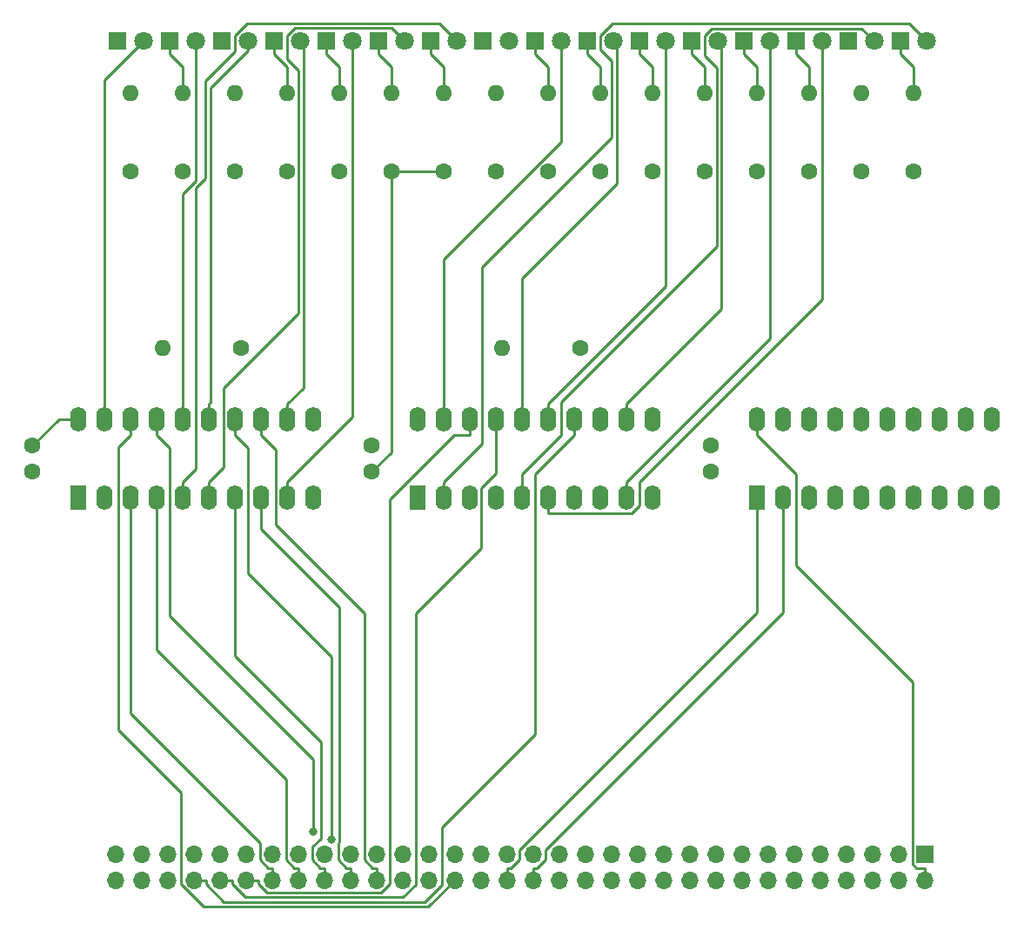
<source format=gbr>
%TF.GenerationSoftware,KiCad,Pcbnew,(6.0.9)*%
%TF.CreationDate,2022-11-21T20:51:02-08:00*%
%TF.ProjectId,StatusBoard,53746174-7573-4426-9f61-72642e6b6963,rev?*%
%TF.SameCoordinates,Original*%
%TF.FileFunction,Copper,L2,Bot*%
%TF.FilePolarity,Positive*%
%FSLAX46Y46*%
G04 Gerber Fmt 4.6, Leading zero omitted, Abs format (unit mm)*
G04 Created by KiCad (PCBNEW (6.0.9)) date 2022-11-21 20:51:02*
%MOMM*%
%LPD*%
G01*
G04 APERTURE LIST*
%TA.AperFunction,ComponentPad*%
%ADD10R,1.600000X2.400000*%
%TD*%
%TA.AperFunction,ComponentPad*%
%ADD11O,1.600000X2.400000*%
%TD*%
%TA.AperFunction,ComponentPad*%
%ADD12C,1.600000*%
%TD*%
%TA.AperFunction,ComponentPad*%
%ADD13O,1.600000X1.600000*%
%TD*%
%TA.AperFunction,ComponentPad*%
%ADD14O,1.700000X1.700000*%
%TD*%
%TA.AperFunction,ComponentPad*%
%ADD15R,1.700000X1.700000*%
%TD*%
%TA.AperFunction,ComponentPad*%
%ADD16R,1.800000X1.800000*%
%TD*%
%TA.AperFunction,ComponentPad*%
%ADD17C,1.800000*%
%TD*%
%TA.AperFunction,ViaPad*%
%ADD18C,0.800000*%
%TD*%
%TA.AperFunction,Conductor*%
%ADD19C,0.250000*%
%TD*%
G04 APERTURE END LIST*
D10*
%TO.P,U3,1,OE*%
%TO.N,GND*%
X104145000Y-104765000D03*
D11*
%TO.P,U3,2,O0*%
%TO.N,Net-(D11-Pad2)*%
X106685000Y-104765000D03*
%TO.P,U3,3,D0*%
%TO.N,/D8*%
X109225000Y-104765000D03*
%TO.P,U3,4,D1*%
%TO.N,/D9*%
X111765000Y-104765000D03*
%TO.P,U3,5,O1*%
%TO.N,Net-(D12-Pad2)*%
X114305000Y-104765000D03*
%TO.P,U3,6,O2*%
%TO.N,Net-(D13-Pad2)*%
X116845000Y-104765000D03*
%TO.P,U3,7,D2*%
%TO.N,/D10*%
X119385000Y-104765000D03*
%TO.P,U3,8,D3*%
%TO.N,/D11*%
X121925000Y-104765000D03*
%TO.P,U3,9,O3*%
%TO.N,Net-(D14-Pad2)*%
X124465000Y-104765000D03*
%TO.P,U3,10,GND*%
%TO.N,GND*%
X127005000Y-104765000D03*
%TO.P,U3,11,LE*%
%TO.N,/STATUSHI*%
X127005000Y-97145000D03*
%TO.P,U3,12,O4*%
%TO.N,Net-(D15-Pad2)*%
X124465000Y-97145000D03*
%TO.P,U3,13,D4*%
%TO.N,/D12*%
X121925000Y-97145000D03*
%TO.P,U3,14,D5*%
%TO.N,/D13*%
X119385000Y-97145000D03*
%TO.P,U3,15,O5*%
%TO.N,Net-(D16-Pad2)*%
X116845000Y-97145000D03*
%TO.P,U3,16,O6*%
%TO.N,Net-(D17-Pad2)*%
X114305000Y-97145000D03*
%TO.P,U3,17,D6*%
%TO.N,/D14*%
X111765000Y-97145000D03*
%TO.P,U3,18,D7*%
%TO.N,/D15*%
X109225000Y-97145000D03*
%TO.P,U3,19,O7*%
%TO.N,Net-(D18-Pad2)*%
X106685000Y-97145000D03*
%TO.P,U3,20,VCC*%
%TO.N,VCC*%
X104145000Y-97145000D03*
%TD*%
D10*
%TO.P,U2,1,OE*%
%TO.N,GND*%
X137165000Y-104765000D03*
D11*
%TO.P,U2,2,O0*%
%TO.N,Net-(D3-Pad2)*%
X139705000Y-104765000D03*
%TO.P,U2,3,D0*%
%TO.N,/D0*%
X142245000Y-104765000D03*
%TO.P,U2,4,D1*%
%TO.N,/D1*%
X144785000Y-104765000D03*
%TO.P,U2,5,O1*%
%TO.N,Net-(D4-Pad2)*%
X147325000Y-104765000D03*
%TO.P,U2,6,O2*%
%TO.N,Net-(D5-Pad2)*%
X149865000Y-104765000D03*
%TO.P,U2,7,D2*%
%TO.N,/D2*%
X152405000Y-104765000D03*
%TO.P,U2,8,D3*%
%TO.N,/D3*%
X154945000Y-104765000D03*
%TO.P,U2,9,O3*%
%TO.N,Net-(D6-Pad2)*%
X157485000Y-104765000D03*
%TO.P,U2,10,GND*%
%TO.N,GND*%
X160025000Y-104765000D03*
%TO.P,U2,11,LE*%
%TO.N,/STATUSLO*%
X160025000Y-97145000D03*
%TO.P,U2,12,O4*%
%TO.N,Net-(D7-Pad2)*%
X157485000Y-97145000D03*
%TO.P,U2,13,D4*%
%TO.N,/D4*%
X154945000Y-97145000D03*
%TO.P,U2,14,D5*%
%TO.N,/D5*%
X152405000Y-97145000D03*
%TO.P,U2,15,O5*%
%TO.N,Net-(D8-Pad2)*%
X149865000Y-97145000D03*
%TO.P,U2,16,O6*%
%TO.N,Net-(D9-Pad2)*%
X147325000Y-97145000D03*
%TO.P,U2,17,D6*%
%TO.N,/D6*%
X144785000Y-97145000D03*
%TO.P,U2,18,D7*%
%TO.N,/D7*%
X142245000Y-97145000D03*
%TO.P,U2,19,O7*%
%TO.N,Net-(D10-Pad2)*%
X139705000Y-97145000D03*
%TO.P,U2,20,VCC*%
%TO.N,VCC*%
X137165000Y-97145000D03*
%TD*%
%TO.P,U1,20,VCC*%
%TO.N,VCC*%
X170185000Y-97145000D03*
%TO.P,U1,19,IO1*%
%TO.N,/~{DTACK}*%
X172725000Y-97145000D03*
%TO.P,U1,18,IO2*%
%TO.N,/STATUSLO*%
X175265000Y-97145000D03*
%TO.P,U1,17,I03*%
%TO.N,/STATUSHI*%
X177805000Y-97145000D03*
%TO.P,U1,16,IO4*%
%TO.N,unconnected-(U1-Pad16)*%
X180345000Y-97145000D03*
%TO.P,U1,15,IO5*%
%TO.N,unconnected-(U1-Pad15)*%
X182885000Y-97145000D03*
%TO.P,U1,14,IO6*%
%TO.N,unconnected-(U1-Pad14)*%
X185425000Y-97145000D03*
%TO.P,U1,13,IO7*%
%TO.N,unconnected-(U1-Pad13)*%
X187965000Y-97145000D03*
%TO.P,U1,12,IO8*%
%TO.N,unconnected-(U1-Pad12)*%
X190505000Y-97145000D03*
%TO.P,U1,11,I10/~{OE}*%
%TO.N,unconnected-(U1-Pad11)*%
X193045000Y-97145000D03*
%TO.P,U1,10,GND*%
%TO.N,GND*%
X193045000Y-104765000D03*
%TO.P,U1,9,I9*%
%TO.N,/~{IOSEL}*%
X190505000Y-104765000D03*
%TO.P,U1,8,I8*%
%TO.N,/A14*%
X187965000Y-104765000D03*
%TO.P,U1,7,I7*%
%TO.N,/A15*%
X185425000Y-104765000D03*
%TO.P,U1,6,I6*%
%TO.N,/A16*%
X182885000Y-104765000D03*
%TO.P,U1,5,I5*%
%TO.N,/A17*%
X180345000Y-104765000D03*
%TO.P,U1,4,I4*%
%TO.N,/A18*%
X177805000Y-104765000D03*
%TO.P,U1,3,I3*%
%TO.N,/R~{W}*%
X175265000Y-104765000D03*
%TO.P,U1,2,I2*%
%TO.N,/~{LDS}*%
X172725000Y-104765000D03*
D10*
%TO.P,U1,1,I1/CLK*%
%TO.N,/~{UDS}*%
X170185000Y-104765000D03*
%TD*%
D12*
%TO.P,R20,1*%
%TO.N,GND*%
X109215000Y-73025000D03*
D13*
%TO.P,R20,2*%
%TO.N,Net-(D18-Pad1)*%
X109215000Y-65405000D03*
%TD*%
D12*
%TO.P,R19,1*%
%TO.N,GND*%
X114295000Y-73025000D03*
D13*
%TO.P,R19,2*%
%TO.N,Net-(D17-Pad1)*%
X114295000Y-65405000D03*
%TD*%
D12*
%TO.P,R18,1*%
%TO.N,GND*%
X119375000Y-73025000D03*
D13*
%TO.P,R18,2*%
%TO.N,Net-(D16-Pad1)*%
X119375000Y-65405000D03*
%TD*%
D12*
%TO.P,R17,1*%
%TO.N,GND*%
X124455000Y-73025000D03*
D13*
%TO.P,R17,2*%
%TO.N,Net-(D15-Pad1)*%
X124455000Y-65405000D03*
%TD*%
D12*
%TO.P,R16,1*%
%TO.N,GND*%
X129535000Y-73025000D03*
D13*
%TO.P,R16,2*%
%TO.N,Net-(D14-Pad1)*%
X129535000Y-65405000D03*
%TD*%
D12*
%TO.P,R15,1*%
%TO.N,GND*%
X134615000Y-73025000D03*
D13*
%TO.P,R15,2*%
%TO.N,Net-(D13-Pad1)*%
X134615000Y-65405000D03*
%TD*%
D12*
%TO.P,R14,1*%
%TO.N,GND*%
X139695000Y-73025000D03*
D13*
%TO.P,R14,2*%
%TO.N,Net-(D12-Pad1)*%
X139695000Y-65405000D03*
%TD*%
D12*
%TO.P,R13,1*%
%TO.N,GND*%
X144775000Y-73025000D03*
D13*
%TO.P,R13,2*%
%TO.N,Net-(D11-Pad1)*%
X144775000Y-65405000D03*
%TD*%
D12*
%TO.P,R12,1*%
%TO.N,GND*%
X149855000Y-73025000D03*
D13*
%TO.P,R12,2*%
%TO.N,Net-(D10-Pad1)*%
X149855000Y-65405000D03*
%TD*%
D12*
%TO.P,R11,1*%
%TO.N,GND*%
X154935000Y-73025000D03*
D13*
%TO.P,R11,2*%
%TO.N,Net-(D9-Pad1)*%
X154935000Y-65405000D03*
%TD*%
D12*
%TO.P,R10,1*%
%TO.N,GND*%
X160015000Y-73025000D03*
D13*
%TO.P,R10,2*%
%TO.N,Net-(D8-Pad1)*%
X160015000Y-65405000D03*
%TD*%
D12*
%TO.P,R9,1*%
%TO.N,GND*%
X165095000Y-73025000D03*
D13*
%TO.P,R9,2*%
%TO.N,Net-(D7-Pad1)*%
X165095000Y-65405000D03*
%TD*%
D12*
%TO.P,R8,1*%
%TO.N,GND*%
X170175000Y-73025000D03*
D13*
%TO.P,R8,2*%
%TO.N,Net-(D6-Pad1)*%
X170175000Y-65405000D03*
%TD*%
D12*
%TO.P,R7,1*%
%TO.N,GND*%
X175255000Y-73025000D03*
D13*
%TO.P,R7,2*%
%TO.N,Net-(D5-Pad1)*%
X175255000Y-65405000D03*
%TD*%
D12*
%TO.P,R6,1*%
%TO.N,GND*%
X180335000Y-73025000D03*
D13*
%TO.P,R6,2*%
%TO.N,Net-(D4-Pad1)*%
X180335000Y-65405000D03*
%TD*%
D12*
%TO.P,R5,1*%
%TO.N,GND*%
X185415000Y-73025000D03*
D13*
%TO.P,R5,2*%
%TO.N,Net-(D3-Pad1)*%
X185415000Y-65405000D03*
%TD*%
D12*
%TO.P,R2,1*%
%TO.N,/STATUSHI*%
X120015000Y-90170000D03*
D13*
%TO.P,R2,2*%
%TO.N,VCC*%
X112395000Y-90170000D03*
%TD*%
D12*
%TO.P,R1,1*%
%TO.N,/STATUSLO*%
X153035000Y-90170000D03*
D13*
%TO.P,R1,2*%
%TO.N,VCC*%
X145415000Y-90170000D03*
%TD*%
D14*
%TO.P,J1,64,Pin_64*%
%TO.N,/D2*%
X107766000Y-141982000D03*
%TO.P,J1,63,Pin_63*%
%TO.N,/D1*%
X107766000Y-139442000D03*
%TO.P,J1,62,Pin_62*%
%TO.N,/D3*%
X110306000Y-141982000D03*
%TO.P,J1,61,Pin_61*%
%TO.N,/D0*%
X110306000Y-139442000D03*
%TO.P,J1,60,Pin_60*%
%TO.N,/D4*%
X112846000Y-141982000D03*
%TO.P,J1,59,Pin_59*%
%TO.N,/R~{W}*%
X112846000Y-139442000D03*
%TO.P,J1,58,Pin_58*%
%TO.N,/D5*%
X115386000Y-141982000D03*
%TO.P,J1,57,Pin_57*%
%TO.N,/~{DTACK}*%
X115386000Y-139442000D03*
%TO.P,J1,56,Pin_56*%
%TO.N,/D6*%
X117926000Y-141982000D03*
%TO.P,J1,55,Pin_55*%
%TO.N,/~{BR}*%
X117926000Y-139442000D03*
%TO.P,J1,54,Pin_54*%
%TO.N,/D7*%
X120466000Y-141982000D03*
%TO.P,J1,53,Pin_53*%
%TO.N,/~{BGACK}*%
X120466000Y-139442000D03*
%TO.P,J1,52,Pin_52*%
%TO.N,/D8*%
X123006000Y-141982000D03*
%TO.P,J1,51,Pin_51*%
%TO.N,/~{BG}*%
X123006000Y-139442000D03*
%TO.P,J1,50,Pin_50*%
%TO.N,/D9*%
X125546000Y-141982000D03*
%TO.P,J1,49,Pin_49*%
%TO.N,/~{BERR}*%
X125546000Y-139442000D03*
%TO.P,J1,48,Pin_48*%
%TO.N,/D10*%
X128086000Y-141982000D03*
%TO.P,J1,47,Pin_47*%
%TO.N,/~{AS}*%
X128086000Y-139442000D03*
%TO.P,J1,46,Pin_46*%
%TO.N,/D11*%
X130626000Y-141982000D03*
%TO.P,J1,45,Pin_45*%
%TO.N,/A23*%
X130626000Y-139442000D03*
%TO.P,J1,44,Pin_44*%
%TO.N,/D12*%
X133166000Y-141982000D03*
%TO.P,J1,43,Pin_43*%
%TO.N,/A22*%
X133166000Y-139442000D03*
%TO.P,J1,42,Pin_42*%
%TO.N,/D13*%
X135706000Y-141982000D03*
%TO.P,J1,41,Pin_41*%
%TO.N,/A21*%
X135706000Y-139442000D03*
%TO.P,J1,40,Pin_40*%
%TO.N,/D14*%
X138246000Y-141982000D03*
%TO.P,J1,39,Pin_39*%
%TO.N,/A20*%
X138246000Y-139442000D03*
%TO.P,J1,38,Pin_38*%
%TO.N,/D15*%
X140786000Y-141982000D03*
%TO.P,J1,37,Pin_37*%
%TO.N,/A19*%
X140786000Y-139442000D03*
%TO.P,J1,36,Pin_36*%
%TO.N,/~{RESET}*%
X143326000Y-141982000D03*
%TO.P,J1,35,Pin_35*%
%TO.N,/A18*%
X143326000Y-139442000D03*
%TO.P,J1,34,Pin_34*%
%TO.N,/~{UDS}*%
X145866000Y-141982000D03*
%TO.P,J1,33,Pin_33*%
%TO.N,/A17*%
X145866000Y-139442000D03*
%TO.P,J1,32,Pin_32*%
%TO.N,/~{LDS}*%
X148406000Y-141982000D03*
%TO.P,J1,31,Pin_31*%
%TO.N,/A16*%
X148406000Y-139442000D03*
%TO.P,J1,30,Pin_30*%
%TO.N,/~{IRQ6}*%
X150946000Y-141982000D03*
%TO.P,J1,29,Pin_29*%
%TO.N,/A15*%
X150946000Y-139442000D03*
%TO.P,J1,28,Pin_28*%
%TO.N,/~{IRQ2}*%
X153486000Y-141982000D03*
%TO.P,J1,27,Pin_27*%
%TO.N,/A14*%
X153486000Y-139442000D03*
%TO.P,J1,26,Pin_26*%
%TO.N,/~{IRQ5}*%
X156026000Y-141982000D03*
%TO.P,J1,25,Pin_25*%
%TO.N,/A13*%
X156026000Y-139442000D03*
%TO.P,J1,24,Pin_24*%
%TO.N,/FC2*%
X158566000Y-141982000D03*
%TO.P,J1,23,Pin_23*%
%TO.N,/A12*%
X158566000Y-139442000D03*
%TO.P,J1,22,Pin_22*%
%TO.N,/FC1*%
X161106000Y-141982000D03*
%TO.P,J1,21,Pin_21*%
%TO.N,/A11*%
X161106000Y-139442000D03*
%TO.P,J1,20,Pin_20*%
%TO.N,/FC0*%
X163646000Y-141982000D03*
%TO.P,J1,19,Pin_19*%
%TO.N,/A10*%
X163646000Y-139442000D03*
%TO.P,J1,18,Pin_18*%
%TO.N,/~{IRQ4}*%
X166186000Y-141982000D03*
%TO.P,J1,17,Pin_17*%
%TO.N,/A9*%
X166186000Y-139442000D03*
%TO.P,J1,16,Pin_16*%
%TO.N,/~{HALT}*%
X168726000Y-141982000D03*
%TO.P,J1,15,Pin_15*%
%TO.N,/A8*%
X168726000Y-139442000D03*
%TO.P,J1,14,Pin_14*%
%TO.N,/~{IRQ3}*%
X171266000Y-141982000D03*
%TO.P,J1,13,Pin_13*%
%TO.N,/A7*%
X171266000Y-139442000D03*
%TO.P,J1,12,Pin_12*%
%TO.N,/~{IOSEL}*%
X173806000Y-141982000D03*
%TO.P,J1,11,Pin_11*%
%TO.N,/A6*%
X173806000Y-139442000D03*
%TO.P,J1,10,Pin_10*%
%TO.N,/~{IACK}*%
X176346000Y-141982000D03*
%TO.P,J1,9,Pin_9*%
%TO.N,/A5*%
X176346000Y-139442000D03*
%TO.P,J1,8,Pin_8*%
%TO.N,/~{VMA}*%
X178886000Y-141982000D03*
%TO.P,J1,7,Pin_7*%
%TO.N,/A4*%
X178886000Y-139442000D03*
%TO.P,J1,6,Pin_6*%
%TO.N,GND*%
X181426000Y-141982000D03*
%TO.P,J1,5,Pin_5*%
%TO.N,/A3*%
X181426000Y-139442000D03*
%TO.P,J1,4,Pin_4*%
%TO.N,/CLK*%
X183966000Y-141982000D03*
%TO.P,J1,3,Pin_3*%
%TO.N,/A2*%
X183966000Y-139442000D03*
%TO.P,J1,2,Pin_2*%
%TO.N,VCC*%
X186506000Y-141982000D03*
D15*
%TO.P,J1,1,Pin_1*%
%TO.N,/A1*%
X186506000Y-139442000D03*
%TD*%
D16*
%TO.P,D18,1,K*%
%TO.N,Net-(D18-Pad1)*%
X107945000Y-60325000D03*
D17*
%TO.P,D18,2,A*%
%TO.N,Net-(D18-Pad2)*%
X110485000Y-60325000D03*
%TD*%
D16*
%TO.P,D17,1,K*%
%TO.N,Net-(D17-Pad1)*%
X113025000Y-60325000D03*
D17*
%TO.P,D17,2,A*%
%TO.N,Net-(D17-Pad2)*%
X115565000Y-60325000D03*
%TD*%
D16*
%TO.P,D16,1,K*%
%TO.N,Net-(D16-Pad1)*%
X118105000Y-60325000D03*
D17*
%TO.P,D16,2,A*%
%TO.N,Net-(D16-Pad2)*%
X120645000Y-60325000D03*
%TD*%
D16*
%TO.P,D15,1,K*%
%TO.N,Net-(D15-Pad1)*%
X123185000Y-60325000D03*
D17*
%TO.P,D15,2,A*%
%TO.N,Net-(D15-Pad2)*%
X125725000Y-60325000D03*
%TD*%
D16*
%TO.P,D14,1,K*%
%TO.N,Net-(D14-Pad1)*%
X128265000Y-60325000D03*
D17*
%TO.P,D14,2,A*%
%TO.N,Net-(D14-Pad2)*%
X130805000Y-60325000D03*
%TD*%
D16*
%TO.P,D13,1,K*%
%TO.N,Net-(D13-Pad1)*%
X133345000Y-60325000D03*
D17*
%TO.P,D13,2,A*%
%TO.N,Net-(D13-Pad2)*%
X135885000Y-60325000D03*
%TD*%
D16*
%TO.P,D12,1,K*%
%TO.N,Net-(D12-Pad1)*%
X138425000Y-60325000D03*
D17*
%TO.P,D12,2,A*%
%TO.N,Net-(D12-Pad2)*%
X140965000Y-60325000D03*
%TD*%
D16*
%TO.P,D11,1,K*%
%TO.N,Net-(D11-Pad1)*%
X143505000Y-60325000D03*
D17*
%TO.P,D11,2,A*%
%TO.N,Net-(D11-Pad2)*%
X146045000Y-60325000D03*
%TD*%
D16*
%TO.P,D10,1,K*%
%TO.N,Net-(D10-Pad1)*%
X148585000Y-60325000D03*
D17*
%TO.P,D10,2,A*%
%TO.N,Net-(D10-Pad2)*%
X151125000Y-60325000D03*
%TD*%
D16*
%TO.P,D9,1,K*%
%TO.N,Net-(D9-Pad1)*%
X153665000Y-60325000D03*
D17*
%TO.P,D9,2,A*%
%TO.N,Net-(D9-Pad2)*%
X156205000Y-60325000D03*
%TD*%
D16*
%TO.P,D8,1,K*%
%TO.N,Net-(D8-Pad1)*%
X158745000Y-60325000D03*
D17*
%TO.P,D8,2,A*%
%TO.N,Net-(D8-Pad2)*%
X161285000Y-60325000D03*
%TD*%
D16*
%TO.P,D7,1,K*%
%TO.N,Net-(D7-Pad1)*%
X163825000Y-60325000D03*
D17*
%TO.P,D7,2,A*%
%TO.N,Net-(D7-Pad2)*%
X166365000Y-60325000D03*
%TD*%
D16*
%TO.P,D6,1,K*%
%TO.N,Net-(D6-Pad1)*%
X168905000Y-60325000D03*
D17*
%TO.P,D6,2,A*%
%TO.N,Net-(D6-Pad2)*%
X171445000Y-60325000D03*
%TD*%
D16*
%TO.P,D5,1,K*%
%TO.N,Net-(D5-Pad1)*%
X173985000Y-60325000D03*
D17*
%TO.P,D5,2,A*%
%TO.N,Net-(D5-Pad2)*%
X176525000Y-60325000D03*
%TD*%
D16*
%TO.P,D4,1,K*%
%TO.N,Net-(D4-Pad1)*%
X179065000Y-60325000D03*
D17*
%TO.P,D4,2,A*%
%TO.N,Net-(D4-Pad2)*%
X181605000Y-60325000D03*
%TD*%
D16*
%TO.P,D3,1,K*%
%TO.N,Net-(D3-Pad1)*%
X184145000Y-60325000D03*
D17*
%TO.P,D3,2,A*%
%TO.N,Net-(D3-Pad2)*%
X186685000Y-60325000D03*
%TD*%
D12*
%TO.P,C3,1*%
%TO.N,VCC*%
X132715000Y-99715000D03*
%TO.P,C3,2*%
%TO.N,GND*%
X132715000Y-102215000D03*
%TD*%
%TO.P,C2,2*%
%TO.N,GND*%
X99695000Y-102215000D03*
%TO.P,C2,1*%
%TO.N,VCC*%
X99695000Y-99715000D03*
%TD*%
%TO.P,C1,2*%
%TO.N,GND*%
X165735000Y-102215000D03*
%TO.P,C1,1*%
%TO.N,VCC*%
X165735000Y-99715000D03*
%TD*%
D18*
%TO.N,/D13*%
X128775700Y-137998400D03*
%TO.N,/D14*%
X126988000Y-137273000D03*
%TD*%
D19*
%TO.N,/D5*%
X152405000Y-97145000D02*
X152405000Y-98670300D01*
X115386000Y-141982000D02*
X116561300Y-141982000D01*
X116561300Y-142349300D02*
X116561300Y-141982000D01*
X118312800Y-144100800D02*
X116561300Y-142349300D01*
X137866200Y-144100800D02*
X118312800Y-144100800D01*
X139516000Y-142451000D02*
X137866200Y-144100800D01*
X139516000Y-136855000D02*
X139516000Y-142451000D01*
X148595000Y-127776000D02*
X139516000Y-136855000D01*
X148595000Y-102480300D02*
X148595000Y-127776000D01*
X152405000Y-98670300D02*
X148595000Y-102480300D01*
%TO.N,/D6*%
X117926000Y-141982000D02*
X119101300Y-141982000D01*
X144785000Y-102420000D02*
X144785000Y-97145000D01*
X143370400Y-103834600D02*
X144785000Y-102420000D01*
X143370400Y-109656600D02*
X143370400Y-103834600D01*
X136976000Y-116051000D02*
X143370400Y-109656600D01*
X136976000Y-142404800D02*
X136976000Y-116051000D01*
X135730300Y-143650500D02*
X136976000Y-142404800D01*
X120402400Y-143650500D02*
X135730300Y-143650500D01*
X119101300Y-142349400D02*
X120402400Y-143650500D01*
X119101300Y-141982000D02*
X119101300Y-142349400D01*
%TO.N,/D7*%
X140719700Y-98670300D02*
X142245000Y-98670300D01*
X134436000Y-104954000D02*
X140719700Y-98670300D01*
X134436000Y-142379200D02*
X134436000Y-104954000D01*
X133615100Y-143200100D02*
X134436000Y-142379200D01*
X122492100Y-143200100D02*
X133615100Y-143200100D01*
X121641300Y-142349300D02*
X122492100Y-143200100D01*
X121641300Y-141982000D02*
X121641300Y-142349300D01*
X120466000Y-141982000D02*
X121641300Y-141982000D01*
X142245000Y-97145000D02*
X142245000Y-98670300D01*
%TO.N,/D8*%
X109225000Y-125755500D02*
X109225000Y-104765000D01*
X121830700Y-138361200D02*
X109225000Y-125755500D01*
X121830700Y-139998800D02*
X121830700Y-138361200D01*
X122638600Y-140806700D02*
X121830700Y-139998800D01*
X123006000Y-140806700D02*
X122638600Y-140806700D01*
X123006000Y-141982000D02*
X123006000Y-140806700D01*
%TO.N,/D9*%
X125546000Y-141982000D02*
X125546000Y-140806700D01*
X111765000Y-119610800D02*
X111765000Y-104765000D01*
X124370700Y-132216500D02*
X111765000Y-119610800D01*
X124370700Y-139998800D02*
X124370700Y-132216500D01*
X125178600Y-140806700D02*
X124370700Y-139998800D01*
X125546000Y-140806700D02*
X125178600Y-140806700D01*
%TO.N,/D10*%
X128086000Y-141982000D02*
X128086000Y-140806700D01*
X127718600Y-140806700D02*
X128086000Y-140806700D01*
X126910700Y-139998800D02*
X127718600Y-140806700D01*
X126910700Y-138750600D02*
X126910700Y-139998800D01*
X127728800Y-137932500D02*
X126910700Y-138750600D01*
X127728800Y-128552100D02*
X127728800Y-137932500D01*
X119385000Y-120208300D02*
X127728800Y-128552100D01*
X119385000Y-104765000D02*
X119385000Y-120208300D01*
%TO.N,/D11*%
X130626000Y-141982000D02*
X130626000Y-140806700D01*
X130258600Y-140806700D02*
X130626000Y-140806700D01*
X129450700Y-139998800D02*
X130258600Y-140806700D01*
X129450700Y-138349200D02*
X129450700Y-139998800D01*
X129501000Y-138298900D02*
X129450700Y-138349200D01*
X129501000Y-115418400D02*
X129501000Y-138298900D01*
X121925000Y-107842400D02*
X129501000Y-115418400D01*
X121925000Y-104765000D02*
X121925000Y-107842400D01*
%TO.N,/D12*%
X123339600Y-100084900D02*
X121925000Y-98670300D01*
X123339600Y-107350900D02*
X123339600Y-100084900D01*
X131990700Y-116002000D02*
X123339600Y-107350900D01*
X131990700Y-139998800D02*
X131990700Y-116002000D01*
X132798600Y-140806700D02*
X131990700Y-139998800D01*
X133166000Y-140806700D02*
X132798600Y-140806700D01*
X133166000Y-141982000D02*
X133166000Y-140806700D01*
X121925000Y-97145000D02*
X121925000Y-98670300D01*
%TO.N,/D13*%
X119385000Y-97145000D02*
X119385000Y-98670300D01*
X128775700Y-120211100D02*
X128775700Y-137998400D01*
X120655000Y-112090400D02*
X128775700Y-120211100D01*
X120655000Y-99940300D02*
X120655000Y-112090400D01*
X119385000Y-98670300D02*
X120655000Y-99940300D01*
%TO.N,/D14*%
X111765000Y-97145000D02*
X111765000Y-98670300D01*
X126988000Y-130223200D02*
X126988000Y-137273000D01*
X113035000Y-116270200D02*
X126988000Y-130223200D01*
X113035000Y-99940300D02*
X113035000Y-116270200D01*
X111765000Y-98670300D02*
X113035000Y-99940300D01*
%TO.N,/D15*%
X108034500Y-99860800D02*
X109225000Y-98670300D01*
X108034500Y-127366000D02*
X108034500Y-99860800D01*
X114116000Y-133447500D02*
X108034500Y-127366000D01*
X114116000Y-142377300D02*
X114116000Y-133447500D01*
X116295300Y-144556600D02*
X114116000Y-142377300D01*
X138211400Y-144556600D02*
X116295300Y-144556600D01*
X140786000Y-141982000D02*
X138211400Y-144556600D01*
X109225000Y-97145000D02*
X109225000Y-98670300D01*
%TO.N,/~{UDS}*%
X170185000Y-115941700D02*
X170185000Y-104765000D01*
X147041300Y-139085400D02*
X170185000Y-115941700D01*
X147041300Y-139998800D02*
X147041300Y-139085400D01*
X146233400Y-140806700D02*
X147041300Y-139998800D01*
X145866000Y-140806700D02*
X146233400Y-140806700D01*
X145866000Y-141982000D02*
X145866000Y-140806700D01*
%TO.N,/~{LDS}*%
X172725000Y-115940700D02*
X172725000Y-104765000D01*
X149581300Y-139084400D02*
X172725000Y-115940700D01*
X149581300Y-139998800D02*
X149581300Y-139084400D01*
X148773400Y-140806700D02*
X149581300Y-139998800D01*
X148406000Y-140806700D02*
X148773400Y-140806700D01*
X148406000Y-141982000D02*
X148406000Y-140806700D01*
%TO.N,Net-(D18-Pad2)*%
X106685000Y-64125000D02*
X106685000Y-97145000D01*
X110485000Y-60325000D02*
X106685000Y-64125000D01*
%TO.N,Net-(D17-Pad2)*%
X114305000Y-97145000D02*
X114305000Y-95619700D01*
X114305000Y-75183900D02*
X114305000Y-95619700D01*
X115565000Y-73923900D02*
X114305000Y-75183900D01*
X115565000Y-60325000D02*
X115565000Y-73923900D01*
%TO.N,Net-(D17-Pad1)*%
X114295000Y-62820300D02*
X114295000Y-65405000D01*
X113025000Y-61550300D02*
X114295000Y-62820300D01*
X113025000Y-60325000D02*
X113025000Y-61550300D01*
%TO.N,Net-(D16-Pad2)*%
X116845000Y-97145000D02*
X116845000Y-95619700D01*
X120645000Y-61225400D02*
X120645000Y-60325000D01*
X116970300Y-64900100D02*
X120645000Y-61225400D01*
X116970300Y-95494400D02*
X116970300Y-64900100D01*
X116845000Y-95619700D02*
X116970300Y-95494400D01*
%TO.N,Net-(D15-Pad2)*%
X126030800Y-94053900D02*
X124465000Y-95619700D01*
X126030800Y-60630800D02*
X126030800Y-94053900D01*
X125725000Y-60325000D02*
X126030800Y-60630800D01*
X124465000Y-97145000D02*
X124465000Y-95619700D01*
%TO.N,Net-(D15-Pad1)*%
X124455000Y-62820300D02*
X124455000Y-65405000D01*
X123185000Y-61550300D02*
X124455000Y-62820300D01*
X123185000Y-60325000D02*
X123185000Y-61550300D01*
%TO.N,Net-(D14-Pad2)*%
X130805000Y-96899700D02*
X124465000Y-103239700D01*
X130805000Y-60325000D02*
X130805000Y-96899700D01*
X124465000Y-104765000D02*
X124465000Y-103239700D01*
%TO.N,Net-(D14-Pad1)*%
X129535000Y-62820300D02*
X129535000Y-65405000D01*
X128265000Y-61550300D02*
X129535000Y-62820300D01*
X128265000Y-60325000D02*
X128265000Y-61550300D01*
%TO.N,Net-(D13-Pad2)*%
X118259600Y-101825100D02*
X116845000Y-103239700D01*
X118259600Y-94100100D02*
X118259600Y-101825100D01*
X125580400Y-86779300D02*
X118259600Y-94100100D01*
X125580400Y-63178600D02*
X125580400Y-86779300D01*
X124472300Y-62070500D02*
X125580400Y-63178600D01*
X124472300Y-59841900D02*
X124472300Y-62070500D01*
X125253400Y-59060800D02*
X124472300Y-59841900D01*
X134620800Y-59060800D02*
X125253400Y-59060800D01*
X135885000Y-60325000D02*
X134620800Y-59060800D01*
X116845000Y-104765000D02*
X116845000Y-103239700D01*
%TO.N,Net-(D13-Pad1)*%
X134615000Y-62820300D02*
X134615000Y-65405000D01*
X133345000Y-61550300D02*
X134615000Y-62820300D01*
X133345000Y-60325000D02*
X133345000Y-61550300D01*
%TO.N,Net-(D12-Pad2)*%
X115575000Y-101969700D02*
X114305000Y-103239700D01*
X115575000Y-74627800D02*
X115575000Y-101969700D01*
X116519900Y-73682900D02*
X115575000Y-74627800D01*
X116519900Y-64228800D02*
X116519900Y-73682900D01*
X119419600Y-61329100D02*
X116519900Y-64228800D01*
X119419600Y-59772300D02*
X119419600Y-61329100D01*
X120581500Y-58610400D02*
X119419600Y-59772300D01*
X139250400Y-58610400D02*
X120581500Y-58610400D01*
X140965000Y-60325000D02*
X139250400Y-58610400D01*
X114305000Y-104765000D02*
X114305000Y-103239700D01*
%TO.N,Net-(D12-Pad1)*%
X139695000Y-62820300D02*
X139695000Y-65405000D01*
X138425000Y-61550300D02*
X139695000Y-62820300D01*
X138425000Y-60325000D02*
X138425000Y-61550300D01*
%TO.N,Net-(D10-Pad2)*%
X139705000Y-81535200D02*
X139705000Y-97145000D01*
X151125000Y-70115200D02*
X139705000Y-81535200D01*
X151125000Y-60325000D02*
X151125000Y-70115200D01*
%TO.N,Net-(D10-Pad1)*%
X149855000Y-62820300D02*
X149855000Y-65405000D01*
X148585000Y-61550300D02*
X149855000Y-62820300D01*
X148585000Y-60325000D02*
X148585000Y-61550300D01*
%TO.N,Net-(D9-Pad2)*%
X147325000Y-97145000D02*
X147325000Y-95619700D01*
X156589400Y-60709400D02*
X156205000Y-60325000D01*
X156589400Y-74177800D02*
X156589400Y-60709400D01*
X147325000Y-83442200D02*
X156589400Y-74177800D01*
X147325000Y-95619700D02*
X147325000Y-83442200D01*
%TO.N,Net-(D9-Pad1)*%
X154935000Y-62820300D02*
X154935000Y-65405000D01*
X153665000Y-61550300D02*
X154935000Y-62820300D01*
X153665000Y-60325000D02*
X153665000Y-61550300D01*
%TO.N,Net-(D8-Pad2)*%
X149865000Y-97145000D02*
X149865000Y-95619700D01*
X161285000Y-84199700D02*
X149865000Y-95619700D01*
X161285000Y-60325000D02*
X161285000Y-84199700D01*
%TO.N,Net-(D8-Pad1)*%
X160015000Y-62820300D02*
X160015000Y-65405000D01*
X158745000Y-61550300D02*
X160015000Y-62820300D01*
X158745000Y-60325000D02*
X158745000Y-61550300D01*
%TO.N,Net-(D7-Pad2)*%
X166702800Y-86401900D02*
X157485000Y-95619700D01*
X166702800Y-60662800D02*
X166702800Y-86401900D01*
X166365000Y-60325000D02*
X166702800Y-60662800D01*
X157485000Y-97145000D02*
X157485000Y-95619700D01*
%TO.N,Net-(D7-Pad1)*%
X165095000Y-62820300D02*
X165095000Y-65405000D01*
X163825000Y-61550300D02*
X165095000Y-62820300D01*
X163825000Y-60325000D02*
X163825000Y-61550300D01*
%TO.N,Net-(D6-Pad2)*%
X157485000Y-104765000D02*
X157485000Y-103239700D01*
X171445000Y-89279700D02*
X157485000Y-103239700D01*
X171445000Y-60325000D02*
X171445000Y-89279700D01*
%TO.N,Net-(D6-Pad1)*%
X170175000Y-62820300D02*
X170175000Y-65405000D01*
X168905000Y-61550300D02*
X170175000Y-62820300D01*
X168905000Y-60325000D02*
X168905000Y-61550300D01*
%TO.N,Net-(D5-Pad2)*%
X176525000Y-85469600D02*
X176525000Y-60325000D01*
X158755000Y-103239600D02*
X176525000Y-85469600D01*
X158755000Y-105489500D02*
X158755000Y-103239600D01*
X157954200Y-106290300D02*
X158755000Y-105489500D01*
X149865000Y-106290300D02*
X157954200Y-106290300D01*
X149865000Y-104765000D02*
X149865000Y-106290300D01*
%TO.N,Net-(D5-Pad1)*%
X175255000Y-62820300D02*
X175255000Y-65405000D01*
X173985000Y-61550300D02*
X175255000Y-62820300D01*
X173985000Y-60325000D02*
X173985000Y-61550300D01*
%TO.N,Net-(D4-Pad2)*%
X147325000Y-102480400D02*
X147325000Y-104765000D01*
X151135000Y-98670400D02*
X147325000Y-102480400D01*
X151135000Y-95402900D02*
X151135000Y-98670400D01*
X166252400Y-80285500D02*
X151135000Y-95402900D01*
X166252400Y-62894200D02*
X166252400Y-80285500D01*
X165112300Y-61754100D02*
X166252400Y-62894200D01*
X165112300Y-59799600D02*
X165112300Y-61754100D01*
X165812300Y-59099600D02*
X165112300Y-59799600D01*
X180379600Y-59099600D02*
X165812300Y-59099600D01*
X181605000Y-60325000D02*
X180379600Y-59099600D01*
%TO.N,Net-(D3-Pad2)*%
X143441100Y-99503600D02*
X139705000Y-103239700D01*
X143441100Y-82337300D02*
X143441100Y-99503600D01*
X156066500Y-69711900D02*
X143441100Y-82337300D01*
X156066500Y-62231500D02*
X156066500Y-69711900D01*
X154979600Y-61144600D02*
X156066500Y-62231500D01*
X154979600Y-59787900D02*
X154979600Y-61144600D01*
X156158900Y-58608600D02*
X154979600Y-59787900D01*
X184968600Y-58608600D02*
X156158900Y-58608600D01*
X186685000Y-60325000D02*
X184968600Y-58608600D01*
X139705000Y-104765000D02*
X139705000Y-103239700D01*
%TO.N,Net-(D3-Pad1)*%
X185415000Y-62820300D02*
X185415000Y-65405000D01*
X184145000Y-61550300D02*
X185415000Y-62820300D01*
X184145000Y-60325000D02*
X184145000Y-61550300D01*
%TO.N,GND*%
X134615000Y-100315000D02*
X132715000Y-102215000D01*
X134615000Y-73025000D02*
X134615000Y-100315000D01*
X139695000Y-73025000D02*
X134615000Y-73025000D01*
%TO.N,VCC*%
X185697900Y-140806700D02*
X186506000Y-140806700D01*
X185330700Y-140439500D02*
X185697900Y-140806700D01*
X185330700Y-122729000D02*
X185330700Y-140439500D01*
X173995000Y-111393300D02*
X185330700Y-122729000D01*
X173995000Y-102480300D02*
X173995000Y-111393300D01*
X170185000Y-98670300D02*
X173995000Y-102480300D01*
X170185000Y-97145000D02*
X170185000Y-98670300D01*
X186506000Y-141982000D02*
X186506000Y-140806700D01*
X102265000Y-97145000D02*
X99695000Y-99715000D01*
X104145000Y-97145000D02*
X102265000Y-97145000D01*
%TD*%
M02*

</source>
